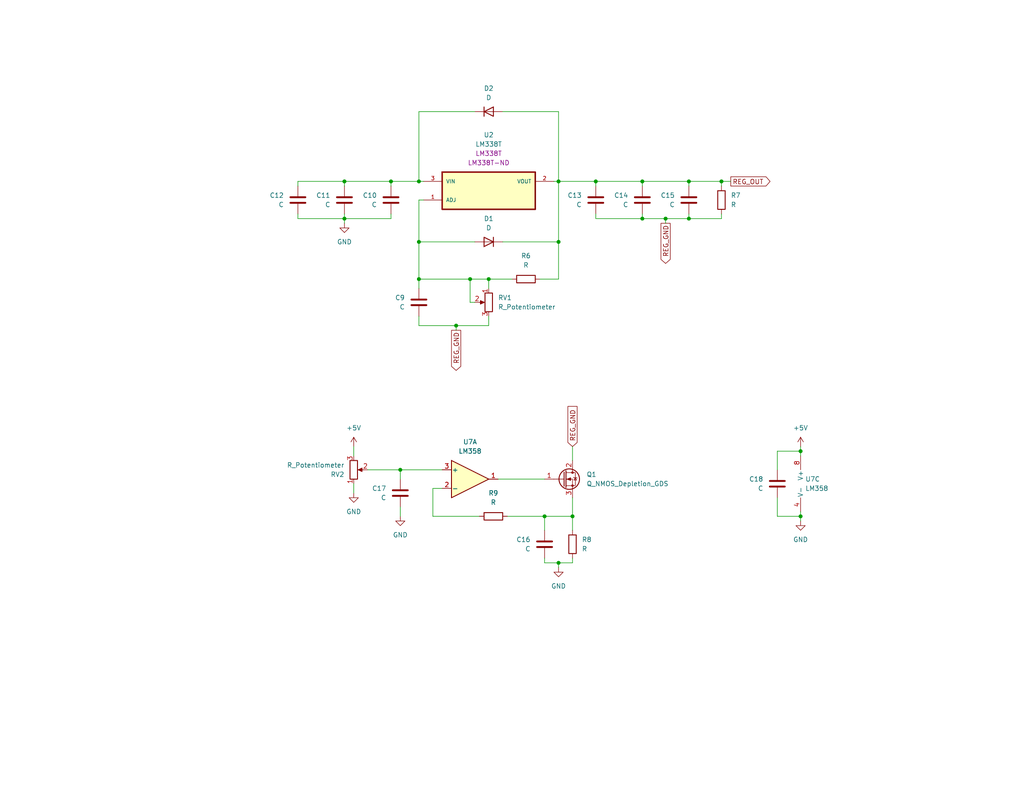
<source format=kicad_sch>
(kicad_sch (version 20230121) (generator eeschema)
  (paper "A")
  (title_block (title "Adjustable Power Supply") (date "2024-01-11") (company "George Jurgiel"))
  (lib_symbols
    (symbol "Adjustable_Power_Suppy:LM338T" (pin_names (offset 1.016))
      (property "Reference" "U" (at -12.7 6.08 0))
      (property "Value" "LM338T" (at -12.7 -9.08 0))
      (property "MPN" "LM338T" (at 0 11.43 0))
      (property "Digikey PN" "LM338T-ND" (at 1.27 15.24 0))
      (symbol "LM338T_0_0"
        (rectangle (start -12.7 -5.08) (end 12.7 5.08) (stroke (width 0.41)) (fill (type background)))
        (pin input line (at -17.78 -2.54 0) (length 5.08) (name "ADJ") (number "1"))
        (pin output line (at 17.78 2.54 180) (length 5.08) (name "VOUT") (number "2"))
        (pin input line (at -17.78 2.54 0) (length 5.08) (name "VIN") (number "3"))
      )
    )
    (symbol "Amplifier_Operational:LM358" (pin_names (offset 0.127))
      (property "Reference" "U" (at 0 5.08 0))
      (property "Value" "LM358" (at 0 -5.08 0))
      (symbol "LM358_1_1"
        (polyline (pts (xy -5.08 5.08) (xy 5.08 0) (xy -5.08 -5.08) (xy -5.08 5.08)) (stroke (width 0.254)) (fill (type background)))
        (pin output line (at 7.62 0 180) (length 2.54) (name "~") (number "1"))
        (pin input line (at -7.62 -2.54 0) (length 2.54) (name "-") (number "2"))
        (pin input line (at -7.62 2.54 0) (length 2.54) (name "+") (number "3"))
      )
      (symbol "LM358_2_1"
        (polyline (pts (xy -5.08 5.08) (xy 5.08 0) (xy -5.08 -5.08) (xy -5.08 5.08)) (stroke (width 0.254)) (fill (type background)))
        (pin input line (at -7.62 2.54 0) (length 2.54) (name "+") (number "5"))
        (pin input line (at -7.62 -2.54 0) (length 2.54) (name "-") (number "6"))
        (pin output line (at 7.62 0 180) (length 2.54) (name "~") (number "7"))
      )
      (symbol "LM358_3_1"
        (pin power_in line (at -2.54 -7.62 90) (length 3.81) (name "V-") (number "4"))
        (pin power_in line (at -2.54 7.62 270) (length 3.81) (name "V+") (number "8"))
      )
    )
    (symbol "Device:C" (pin_numbers hide) (pin_names (offset 0.254))
      (property "Reference" "C" (at 0.635 2.54 0))
      (property "Value" "C" (at 0.635 -2.54 0))
      (symbol "C_0_1"
        (polyline (pts (xy -2.032 -0.762) (xy 2.032 -0.762)) (stroke (width 0.508)))
        (polyline (pts (xy -2.032 0.762) (xy 2.032 0.762)) (stroke (width 0.508)))
      )
      (symbol "C_1_1"
        (pin passive line (at 0 3.81 270) (length 2.794) (name "~") (number "1"))
        (pin passive line (at 0 -3.81 90) (length 2.794) (name "~") (number "2"))
      )
    )
    (symbol "Device:D" (pin_numbers hide) (pin_names (offset 1.016) hide)
      (property "Reference" "D" (at 0 2.54 0))
      (property "Value" "D" (at 0 -2.54 0))
      (symbol "D_0_1"
        (polyline (pts (xy -1.27 1.27) (xy -1.27 -1.27)) (stroke (width 0.254)))
        (polyline (pts (xy 1.27 0) (xy -1.27 0)))
        (polyline (pts (xy 1.27 1.27) (xy 1.27 -1.27) (xy -1.27 0) (xy 1.27 1.27)) (stroke (width 0.254)))
      )
      (symbol "D_1_1"
        (pin passive line (at -3.81 0 0) (length 2.54) (name "K") (number "1"))
        (pin passive line (at 3.81 0 180) (length 2.54) (name "A") (number "2"))
      )
    )
    (symbol "Device:Q_NMOS_Depletion_GDS" (pin_names (offset 0) hide)
      (property "Reference" "Q" (at 5.08 1.905 0))
      (property "Value" "Q_NMOS_Depletion_GDS" (at 5.08 0 0))
      (symbol "Q_NMOS_Depletion_GDS_0_1"
        (polyline (pts (xy 0.254 0) (xy -2.54 0)))
        (polyline (pts (xy 0.254 1.905) (xy 0.254 -1.905)) (stroke (width 0.254)))
        (polyline (pts (xy 0.762 2.286) (xy 0.762 -2.286)) (stroke (width 0.254)))
        (polyline (pts (xy 2.54 2.54) (xy 2.54 1.778)))
        (polyline (pts (xy 2.54 -2.54) (xy 2.54 0) (xy 0.762 0)))
        (polyline (pts (xy 0.762 -1.778) (xy 3.302 -1.778) (xy 3.302 1.778) (xy 0.762 1.778)))
        (polyline (pts (xy 1.016 0) (xy 2.032 0.381) (xy 2.032 -0.381) (xy 1.016 0)) (fill (type outline)))
        (polyline (pts (xy 2.794 0.508) (xy 2.921 0.381) (xy 3.683 0.381) (xy 3.81 0.254)))
        (polyline (pts (xy 3.302 0.381) (xy 2.921 -0.254) (xy 3.683 -0.254) (xy 3.302 0.381)))
        (circle (center 1.651 0) (radius 2.794) (stroke (width 0.254)))
        (circle (center 2.54 -1.778) (radius 0.254) (fill (type outline)))
        (circle (center 2.54 1.778) (radius 0.254) (fill (type outline)))
      )
      (symbol "Q_NMOS_Depletion_GDS_1_1"
        (pin input line (at -5.08 0 0) (length 2.54) (name "G") (number "1"))
        (pin passive line (at 2.54 5.08 270) (length 2.54) (name "D") (number "2"))
        (pin passive line (at 2.54 -5.08 90) (length 2.54) (name "S") (number "3"))
      )
    )
    (symbol "Device:R" (pin_numbers hide) (pin_names (offset 0))
      (property "Reference" "R" (at 2.032 0 90))
      (property "Value" "R" (at 0 0 90))
      (symbol "R_0_1"
        (rectangle (start -1.016 -2.54) (end 1.016 2.54) (stroke (width 0.254)))
      )
      (symbol "R_1_1"
        (pin passive line (at 0 3.81 270) (length 1.27) (name "~") (number "1"))
        (pin passive line (at 0 -3.81 90) (length 1.27) (name "~") (number "2"))
      )
    )
    (symbol "Device:R_Potentiometer" (pin_names (offset 1.016) hide)
      (property "Reference" "RV" (at -4.445 0 90))
      (property "Value" "R_Potentiometer" (at -2.54 0 90))
      (symbol "R_Potentiometer_0_1"
        (polyline (pts (xy 2.54 0) (xy 1.524 0)))
        (polyline (pts (xy 1.143 0) (xy 2.286 0.508) (xy 2.286 -0.508) (xy 1.143 0)) (fill (type outline)))
        (rectangle (start 1.016 2.54) (end -1.016 -2.54) (stroke (width 0.254)))
      )
      (symbol "R_Potentiometer_1_1"
        (pin passive line (at 0 3.81 270) (length 1.27) (name "1") (number "1"))
        (pin passive line (at 3.81 0 180) (length 1.27) (name "2") (number "2"))
        (pin passive line (at 0 -3.81 90) (length 1.27) (name "3") (number "3"))
      )
    )
    (symbol "power:+5V" (power) (pin_names (offset 0))
      (property "Value" "+5V" (at 0 3.556 0))
      (symbol "+5V_0_1"
        (polyline (pts (xy -0.762 1.27) (xy 0 2.54)))
        (polyline (pts (xy 0 0) (xy 0 2.54)))
        (polyline (pts (xy 0 2.54) (xy 0.762 1.27)))
      )
      (symbol "+5V_1_1"
        (pin power_in line (at 0 0 90) (length 0) hide (name "+5V") (number "1"))
      )
    )
    (symbol "power:GND" (power) (pin_names (offset 0))
      (property "Value" "GND" (at 0 -3.81 0))
      (symbol "GND_0_1"
        (polyline (pts (xy 0 0) (xy 0 -1.27) (xy 1.27 -1.27) (xy 0 -2.54) (xy -1.27 -1.27) (xy 0 -1.27)))
      )
      (symbol "GND_1_1"
        (pin power_in line (at 0 0 270) (length 0) hide (name "GND") (number "1"))
      )
    )
  )
  (junction (at 128.27 76.2))
  (junction (at 114.3 76.2))
  (junction (at 175.26 49.53))
  (junction (at 93.98 49.53))
  (junction (at 152.4 66.04))
  (junction (at 181.61 59.69))
  (junction (at 93.98 59.69))
  (junction (at 152.4 49.53))
  (junction (at 162.56 49.53))
  (junction (at 124.46 88.9))
  (junction (at 196.85 49.53))
  (junction (at 114.3 49.53))
  (junction (at 218.44 140.97))
  (junction (at 175.26 59.69))
  (junction (at 109.22 128.27))
  (junction (at 187.96 59.69))
  (junction (at 114.3 66.04))
  (junction (at 187.96 49.53))
  (junction (at 152.4 153.67))
  (junction (at 148.59 140.97))
  (junction (at 218.44 123.19))
  (junction (at 133.35 76.2))
  (junction (at 106.68 49.53))
  (junction (at 156.21 140.97))
  (wire (pts (xy 212.09 123.19) (xy 218.44 123.19)))
  (wire (pts (xy 114.3 76.2) (xy 114.3 78.74)))
  (wire (pts (xy 196.85 49.53) (xy 196.85 50.8)))
  (wire (pts (xy 175.26 49.53) (xy 187.96 49.53)))
  (wire (pts (xy 109.22 138.43) (xy 109.22 140.97)))
  (wire (pts (xy 93.98 59.69) (xy 106.68 59.69)))
  (wire (pts (xy 124.46 88.9) (xy 133.35 88.9)))
  (wire (pts (xy 81.28 58.42) (xy 81.28 59.69)))
  (wire (pts (xy 212.09 140.97) (xy 218.44 140.97)))
  (wire (pts (xy 156.21 152.4) (xy 156.21 153.67)))
  (wire (pts (xy 212.09 123.19) (xy 212.09 128.27)))
  (wire (pts (xy 100.33 128.27) (xy 109.22 128.27)))
  (wire (pts (xy 81.28 49.53) (xy 81.28 50.8)))
  (wire (pts (xy 135.89 130.81) (xy 148.59 130.81)))
  (wire (pts (xy 137.16 66.04) (xy 152.4 66.04)))
  (wire (pts (xy 114.3 86.36) (xy 114.3 88.9)))
  (wire (pts (xy 96.52 121.92) (xy 96.52 124.46)))
  (wire (pts (xy 175.26 59.69) (xy 181.61 59.69)))
  (wire (pts (xy 138.43 140.97) (xy 148.59 140.97)))
  (wire (pts (xy 156.21 135.89) (xy 156.21 140.97)))
  (wire (pts (xy 93.98 49.53) (xy 81.28 49.53)))
  (wire (pts (xy 115.57 49.53) (xy 114.3 49.53)))
  (wire (pts (xy 181.61 59.69) (xy 181.61 60.96)))
  (wire (pts (xy 109.22 128.27) (xy 109.22 130.81)))
  (wire (pts (xy 156.21 121.92) (xy 156.21 125.73)))
  (wire (pts (xy 152.4 49.53) (xy 152.4 66.04)))
  (wire (pts (xy 156.21 140.97) (xy 156.21 144.78)))
  (wire (pts (xy 129.54 82.55) (xy 128.27 82.55)))
  (wire (pts (xy 133.35 76.2) (xy 133.35 78.74)))
  (wire (pts (xy 196.85 49.53) (xy 199.39 49.53)))
  (wire (pts (xy 162.56 49.53) (xy 175.26 49.53)))
  (wire (pts (xy 120.65 133.35) (xy 118.11 133.35)))
  (wire (pts (xy 93.98 49.53) (xy 106.68 49.53)))
  (wire (pts (xy 187.96 49.53) (xy 187.96 50.8)))
  (wire (pts (xy 118.11 133.35) (xy 118.11 140.97)))
  (wire (pts (xy 114.3 88.9) (xy 124.46 88.9)))
  (wire (pts (xy 81.28 59.69) (xy 93.98 59.69)))
  (wire (pts (xy 93.98 58.42) (xy 93.98 59.69)))
  (wire (pts (xy 218.44 121.92) (xy 218.44 123.19)))
  (wire (pts (xy 151.13 49.53) (xy 152.4 49.53)))
  (wire (pts (xy 129.54 30.48) (xy 114.3 30.48)))
  (wire (pts (xy 148.59 140.97) (xy 148.59 144.78)))
  (wire (pts (xy 152.4 30.48) (xy 137.16 30.48)))
  (wire (pts (xy 218.44 123.19) (xy 218.44 124.46)))
  (wire (pts (xy 152.4 49.53) (xy 162.56 49.53)))
  (wire (pts (xy 114.3 54.61) (xy 114.3 66.04)))
  (wire (pts (xy 218.44 140.97) (xy 218.44 142.24)))
  (wire (pts (xy 118.11 140.97) (xy 130.81 140.97)))
  (wire (pts (xy 96.52 132.08) (xy 96.52 134.62)))
  (wire (pts (xy 175.26 49.53) (xy 175.26 50.8)))
  (wire (pts (xy 196.85 58.42) (xy 196.85 59.69)))
  (wire (pts (xy 175.26 58.42) (xy 175.26 59.69)))
  (wire (pts (xy 124.46 88.9) (xy 124.46 90.17)))
  (wire (pts (xy 148.59 140.97) (xy 156.21 140.97)))
  (wire (pts (xy 114.3 66.04) (xy 129.54 66.04)))
  (wire (pts (xy 187.96 59.69) (xy 196.85 59.69)))
  (wire (pts (xy 181.61 59.69) (xy 187.96 59.69)))
  (wire (pts (xy 162.56 58.42) (xy 162.56 59.69)))
  (wire (pts (xy 148.59 152.4) (xy 148.59 153.67)))
  (wire (pts (xy 152.4 49.53) (xy 152.4 30.48)))
  (wire (pts (xy 152.4 153.67) (xy 152.4 154.94)))
  (wire (pts (xy 152.4 66.04) (xy 152.4 76.2)))
  (wire (pts (xy 218.44 139.7) (xy 218.44 140.97)))
  (wire (pts (xy 187.96 49.53) (xy 196.85 49.53)))
  (wire (pts (xy 106.68 49.53) (xy 106.68 50.8)))
  (wire (pts (xy 162.56 49.53) (xy 162.56 50.8)))
  (wire (pts (xy 93.98 49.53) (xy 93.98 50.8)))
  (wire (pts (xy 114.3 30.48) (xy 114.3 49.53)))
  (wire (pts (xy 152.4 76.2) (xy 147.32 76.2)))
  (wire (pts (xy 128.27 76.2) (xy 133.35 76.2)))
  (wire (pts (xy 152.4 153.67) (xy 156.21 153.67)))
  (wire (pts (xy 148.59 153.67) (xy 152.4 153.67)))
  (wire (pts (xy 212.09 135.89) (xy 212.09 140.97)))
  (wire (pts (xy 114.3 66.04) (xy 114.3 76.2)))
  (wire (pts (xy 133.35 76.2) (xy 139.7 76.2)))
  (wire (pts (xy 115.57 54.61) (xy 114.3 54.61)))
  (wire (pts (xy 162.56 59.69) (xy 175.26 59.69)))
  (wire (pts (xy 133.35 86.36) (xy 133.35 88.9)))
  (wire (pts (xy 128.27 76.2) (xy 128.27 82.55)))
  (wire (pts (xy 109.22 128.27) (xy 120.65 128.27)))
  (wire (pts (xy 114.3 76.2) (xy 128.27 76.2)))
  (wire (pts (xy 187.96 58.42) (xy 187.96 59.69)))
  (wire (pts (xy 106.68 49.53) (xy 114.3 49.53)))
  (wire (pts (xy 106.68 58.42) (xy 106.68 59.69)))
  (wire (pts (xy 93.98 59.69) (xy 93.98 60.96)))
  (global_label "REG_OUT" (shape output) (at 199.39 49.53 0) (property "Intersheetrefs" "${INTERSHEET_REFS}" (effects hide)))
  (global_label "REG_GND" (shape output) (at 181.61 60.96 270) (property "Intersheetrefs" "${INTERSHEET_REFS}" (effects hide)))
  (global_label "REG_GND" (shape output) (at 124.46 90.17 270) (property "Intersheetrefs" "${INTERSHEET_REFS}" (effects hide)))
  (global_label "REG_GND" (shape input) (at 156.21 121.92 90) (property "Intersheetrefs" "${INTERSHEET_REFS}" (effects hide)))
  (symbol (lib_id "Amplifier_Operational:LM358") (at 128.27 130.81 0) (unit 1)
    (property "Reference" "U7" (at 128.27 120.65 0))
    (property "Value" "LM358" (at 128.27 123.19 0))
    (property "Datasheet" "http://www.ti.com/lit/ds/symlink/lm2904-n.pdf" (effects hide))
  )
  (symbol (lib_id "Device:D") (at 133.35 66.04 180) (unit 1)
    (property "Reference" "D1" (at 133.35 59.69 0))
    (property "Value" "D" (at 133.35 62.23 0))
    (property "Sim.Device" "D" (effects hide))
    (property "Sim.Pins" "1=K 2=A" (effects hide))
  )
  (symbol (lib_id "Device:C") (at 81.28 54.61 0) (mirror y) (unit 1)
    (property "Reference" "C12" (at 77.47 53.34 0) (effects (justify left)))
    (property "Value" "C" (at 77.47 55.88 0) (effects (justify left)))
  )
  (symbol (lib_id "Device:R") (at 156.21 148.59 0) (unit 1)
    (property "Reference" "R8" (at 158.75 147.32 0) (effects (justify left)))
    (property "Value" "R" (at 158.75 149.86 0) (effects (justify left)))
  )
  (symbol (lib_id "power:GND") (at 93.98 60.96 0) (unit 1)
    (property "Reference" "#PWR023" (effects hide))
    (property "Value" "GND" (at 93.98 66.04 0))
  )
  (symbol (lib_id "power:GND") (at 152.4 154.94 0) (unit 1)
    (property "Reference" "#PWR026" (effects hide))
    (property "Value" "GND" (at 152.4 160.02 0))
  )
  (symbol (lib_id "Device:R") (at 196.85 54.61 0) (unit 1)
    (property "Reference" "R7" (at 199.39 53.34 0) (effects (justify left)))
    (property "Value" "R" (at 199.39 55.88 0) (effects (justify left)))
  )
  (symbol (lib_id "Device:C") (at 114.3 82.55 0) (mirror y) (unit 1)
    (property "Reference" "C9" (at 110.49 81.28 0) (effects (justify left)))
    (property "Value" "C" (at 110.49 83.82 0) (effects (justify left)))
  )
  (symbol (lib_id "power:GND") (at 218.44 142.24 0) (unit 1)
    (property "Reference" "#PWR024" (effects hide))
    (property "Value" "GND" (at 218.44 147.32 0))
  )
  (symbol (lib_id "Device:R_Potentiometer") (at 133.35 82.55 0) (mirror y) (unit 1)
    (property "Reference" "RV1" (at 135.89 81.28 0) (effects (justify right)))
    (property "Value" "R_Potentiometer" (at 135.89 83.82 0) (effects (justify right)))
  )
  (symbol (lib_id "Device:C") (at 187.96 54.61 0) (mirror y) (unit 1)
    (property "Reference" "C15" (at 184.15 53.34 0) (effects (justify left)))
    (property "Value" "C" (at 184.15 55.88 0) (effects (justify left)))
  )
  (symbol (lib_id "Adjustable_Power_Suppy:LM338T") (at 133.35 52.07 0) (unit 1)
    (property "Reference" "U2" (at 133.35 36.83 0))
    (property "Value" "LM338T" (at 133.35 39.37 0))
    (property "Footprint" "Adjustable_Power_Supply:LM338T" (effects hide))
    (property "Datasheet" "https://www.ti.com/general/docs/suppproductinfo.tsp?distId=10&gotoUrl=https%3A%2F%2Fwww.ti.com%2Flit%2Fgpn%2Flm338" (effects hide))
    (property "MPN" "LM338T" (at 133.35 41.91 0))
    (property "Digikey PN" "LM338T-ND" (at 133.35 44.45 0))
  )
  (symbol (lib_id "power:+5V") (at 218.44 121.92 0) (unit 1)
    (property "Reference" "#PWR025" (effects hide))
    (property "Value" "+5V" (at 218.44 116.84 0))
  )
  (symbol (lib_id "power:+5V") (at 96.52 121.92 0) (unit 1)
    (property "Reference" "#PWR029" (effects hide))
    (property "Value" "+5V" (at 96.52 116.84 0))
  )
  (symbol (lib_id "Device:C") (at 175.26 54.61 0) (mirror y) (unit 1)
    (property "Reference" "C14" (at 171.45 53.34 0) (effects (justify left)))
    (property "Value" "C" (at 171.45 55.88 0) (effects (justify left)))
  )
  (symbol (lib_id "power:GND") (at 109.22 140.97 0) (unit 1)
    (property "Reference" "#PWR027" (effects hide))
    (property "Value" "GND" (at 109.22 146.05 0))
  )
  (symbol (lib_id "Device:C") (at 162.56 54.61 0) (mirror y) (unit 1)
    (property "Reference" "C13" (at 158.75 53.34 0) (effects (justify left)))
    (property "Value" "C" (at 158.75 55.88 0) (effects (justify left)))
  )
  (symbol (lib_id "Device:C") (at 212.09 132.08 0) (mirror y) (unit 1)
    (property "Reference" "C18" (at 208.28 130.81 0) (effects (justify left)))
    (property "Value" "C" (at 208.28 133.35 0) (effects (justify left)))
  )
  (symbol (lib_id "Device:Q_NMOS_Depletion_GDS") (at 153.67 130.81 0) (unit 1)
    (property "Reference" "Q1" (at 160.02 129.54 0) (effects (justify left)))
    (property "Value" "Q_NMOS_Depletion_GDS" (at 160.02 132.08 0) (effects (justify left)))
  )
  (symbol (lib_id "Device:R") (at 134.62 140.97 90) (unit 1)
    (property "Reference" "R9" (at 134.62 134.62 90))
    (property "Value" "R" (at 134.62 137.16 90))
  )
  (symbol (lib_id "Device:D") (at 133.35 30.48 0) (unit 1)
    (property "Reference" "D2" (at 133.35 24.13 0))
    (property "Value" "D" (at 133.35 26.67 0))
    (property "Sim.Device" "D" (effects hide))
    (property "Sim.Pins" "1=K 2=A" (effects hide))
  )
  (symbol (lib_id "Device:C") (at 148.59 148.59 0) (mirror y) (unit 1)
    (property "Reference" "C16" (at 144.78 147.32 0) (effects (justify left)))
    (property "Value" "C" (at 144.78 149.86 0) (effects (justify left)))
  )
  (symbol (lib_id "Device:R_Potentiometer") (at 96.52 128.27 0) (mirror x) (unit 1)
    (property "Reference" "RV2" (at 93.98 129.54 0) (effects (justify right)))
    (property "Value" "R_Potentiometer" (at 93.98 127 0) (effects (justify right)))
  )
  (symbol (lib_id "Amplifier_Operational:LM358") (at 220.98 132.08 0) (unit 3)
    (property "Reference" "U7" (at 219.71 130.81 0) (effects (justify left)))
    (property "Value" "LM358" (at 219.71 133.35 0) (effects (justify left)))
    (property "Datasheet" "http://www.ti.com/lit/ds/symlink/lm2904-n.pdf" (effects hide))
  )
  (symbol (lib_id "Device:R") (at 143.51 76.2 90) (unit 1)
    (property "Reference" "R6" (at 143.51 69.85 90))
    (property "Value" "R" (at 143.51 72.39 90))
  )
  (symbol (lib_id "Device:C") (at 93.98 54.61 0) (mirror y) (unit 1)
    (property "Reference" "C11" (at 90.17 53.34 0) (effects (justify left)))
    (property "Value" "C" (at 90.17 55.88 0) (effects (justify left)))
  )
  (symbol (lib_id "Device:C") (at 106.68 54.61 0) (mirror y) (unit 1)
    (property "Reference" "C10" (at 102.87 53.34 0) (effects (justify left)))
    (property "Value" "C" (at 102.87 55.88 0) (effects (justify left)))
  )
  (symbol (lib_id "Device:C") (at 109.22 134.62 0) (mirror y) (unit 1)
    (property "Reference" "C17" (at 105.41 133.35 0) (effects (justify left)))
    (property "Value" "C" (at 105.41 135.89 0) (effects (justify left)))
  )
  (symbol (lib_id "power:GND") (at 96.52 134.62 0) (unit 1)
    (property "Reference" "#PWR028" (effects hide))
    (property "Value" "GND" (at 96.52 139.7 0))
  )
)
</source>
